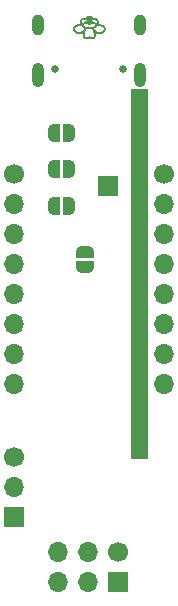
<source format=gbr>
%TF.GenerationSoftware,KiCad,Pcbnew,8.0.5-8.0.5-0~ubuntu24.04.1*%
%TF.CreationDate,2024-10-10T17:44:54+02:00*%
%TF.ProjectId,epi_ESP32_PD,6570695f-4553-4503-9332-5f50442e6b69,1_1*%
%TF.SameCoordinates,Original*%
%TF.FileFunction,Soldermask,Bot*%
%TF.FilePolarity,Negative*%
%FSLAX46Y46*%
G04 Gerber Fmt 4.6, Leading zero omitted, Abs format (unit mm)*
G04 Created by KiCad (PCBNEW 8.0.5-8.0.5-0~ubuntu24.04.1) date 2024-10-10 17:44:54*
%MOMM*%
%LPD*%
G01*
G04 APERTURE LIST*
G04 Aperture macros list*
%AMFreePoly0*
4,1,19,0.500000,-0.750000,0.000000,-0.750000,0.000000,-0.744911,-0.071157,-0.744911,-0.207708,-0.704816,-0.327430,-0.627875,-0.420627,-0.520320,-0.479746,-0.390866,-0.500000,-0.250000,-0.500000,0.250000,-0.479746,0.390866,-0.420627,0.520320,-0.327430,0.627875,-0.207708,0.704816,-0.071157,0.744911,0.000000,0.744911,0.000000,0.750000,0.500000,0.750000,0.500000,-0.750000,0.500000,-0.750000,
$1*%
%AMFreePoly1*
4,1,19,0.000000,0.744911,0.071157,0.744911,0.207708,0.704816,0.327430,0.627875,0.420627,0.520320,0.479746,0.390866,0.500000,0.250000,0.500000,-0.250000,0.479746,-0.390866,0.420627,-0.520320,0.327430,-0.627875,0.207708,-0.704816,0.071157,-0.744911,0.000000,-0.744911,0.000000,-0.750000,-0.500000,-0.750000,-0.500000,0.750000,0.000000,0.750000,0.000000,0.744911,0.000000,0.744911,
$1*%
G04 Aperture macros list end*
%ADD10C,0.000000*%
%ADD11C,1.700000*%
%ADD12O,1.700000X1.700000*%
%ADD13R,1.700000X1.700000*%
%ADD14C,0.650000*%
%ADD15O,1.000000X2.100000*%
%ADD16O,1.000000X1.800000*%
%ADD17FreePoly0,270.000000*%
%ADD18FreePoly1,270.000000*%
%ADD19FreePoly0,180.000000*%
%ADD20FreePoly1,180.000000*%
%ADD21FreePoly0,0.000000*%
%ADD22FreePoly1,0.000000*%
G04 APERTURE END LIST*
G36*
X107800000Y-40700000D02*
G01*
X109200000Y-40700000D01*
X109200000Y-72000000D01*
X107800000Y-72000000D01*
X107800000Y-40700000D01*
G37*
D10*
G36*
X104277696Y-34501900D02*
G01*
X104301861Y-34504683D01*
X104314028Y-34506488D01*
X104326235Y-34508598D01*
X104338467Y-34511037D01*
X104350713Y-34513825D01*
X104362960Y-34516986D01*
X104375193Y-34520542D01*
X104387402Y-34524515D01*
X104399572Y-34528927D01*
X104411690Y-34533801D01*
X104423745Y-34539160D01*
X104435722Y-34545024D01*
X104447610Y-34551417D01*
X104455986Y-34556313D01*
X104464255Y-34561510D01*
X104472412Y-34567003D01*
X104480451Y-34572792D01*
X104488368Y-34578873D01*
X104496157Y-34585244D01*
X104503813Y-34591903D01*
X104511332Y-34598846D01*
X104518708Y-34606071D01*
X104525937Y-34613575D01*
X104533012Y-34621356D01*
X104539930Y-34629412D01*
X104546684Y-34637739D01*
X104553271Y-34646336D01*
X104559684Y-34655199D01*
X104565919Y-34664326D01*
X104593640Y-34659692D01*
X104621284Y-34656774D01*
X104648772Y-34655550D01*
X104676023Y-34655998D01*
X104702957Y-34658094D01*
X104729494Y-34661817D01*
X104755552Y-34667144D01*
X104781052Y-34674053D01*
X104805914Y-34682521D01*
X104830056Y-34692526D01*
X104853399Y-34704046D01*
X104875861Y-34717057D01*
X104897364Y-34731538D01*
X104917826Y-34747466D01*
X104937167Y-34764819D01*
X104955306Y-34783574D01*
X104970972Y-34802356D01*
X104985185Y-34822276D01*
X104997910Y-34843270D01*
X105009112Y-34865272D01*
X105018757Y-34888218D01*
X105026808Y-34912044D01*
X105033232Y-34936686D01*
X105037993Y-34962077D01*
X105041057Y-34988156D01*
X105042387Y-35014855D01*
X105041951Y-35042112D01*
X105039711Y-35069862D01*
X105035634Y-35098040D01*
X105029684Y-35126581D01*
X105021827Y-35155422D01*
X105012027Y-35184498D01*
X105083159Y-35195906D01*
X105152013Y-35208684D01*
X105185477Y-35215712D01*
X105218243Y-35223232D01*
X105250266Y-35231295D01*
X105281504Y-35239949D01*
X105311913Y-35249245D01*
X105341450Y-35259233D01*
X105370072Y-35269962D01*
X105397736Y-35281483D01*
X105424398Y-35293846D01*
X105450015Y-35307099D01*
X105474545Y-35321294D01*
X105497943Y-35336480D01*
X105511412Y-35346173D01*
X105524457Y-35356443D01*
X105537033Y-35367277D01*
X105549093Y-35378662D01*
X105560589Y-35390586D01*
X105571475Y-35403034D01*
X105581704Y-35415996D01*
X105591230Y-35429457D01*
X105600006Y-35443406D01*
X105607985Y-35457828D01*
X105615121Y-35472712D01*
X105621366Y-35488044D01*
X105626675Y-35503811D01*
X105631000Y-35520002D01*
X105634294Y-35536603D01*
X105636512Y-35553600D01*
X105637668Y-35570837D01*
X105637818Y-35588169D01*
X105636975Y-35605602D01*
X105635153Y-35623143D01*
X105632364Y-35640798D01*
X105628620Y-35658573D01*
X105623936Y-35676476D01*
X105618324Y-35694513D01*
X105611797Y-35712690D01*
X105604368Y-35731014D01*
X105596050Y-35749491D01*
X105586856Y-35768128D01*
X105576799Y-35786931D01*
X105565892Y-35805907D01*
X105554148Y-35825063D01*
X105541580Y-35844405D01*
X105540920Y-35845380D01*
X105540246Y-35846346D01*
X105539559Y-35847302D01*
X105538858Y-35848249D01*
X105538145Y-35849186D01*
X105537418Y-35850112D01*
X105536678Y-35851029D01*
X105535926Y-35851935D01*
X105514979Y-35875875D01*
X105493760Y-35898323D01*
X105472291Y-35919289D01*
X105450591Y-35938783D01*
X105428682Y-35956818D01*
X105406584Y-35973404D01*
X105384317Y-35988551D01*
X105361903Y-36002271D01*
X105339362Y-36014575D01*
X105316714Y-36025473D01*
X105293981Y-36034976D01*
X105271183Y-36043096D01*
X105248341Y-36049843D01*
X105225475Y-36055228D01*
X105202606Y-36059262D01*
X105179755Y-36061956D01*
X105157041Y-36063354D01*
X105134578Y-36063528D01*
X105112376Y-36062534D01*
X105090444Y-36060428D01*
X105068793Y-36057264D01*
X105047434Y-36053098D01*
X105026375Y-36047985D01*
X105005627Y-36041981D01*
X104985201Y-36035141D01*
X104965105Y-36027520D01*
X104945352Y-36019174D01*
X104925949Y-36010157D01*
X104906909Y-36000526D01*
X104888240Y-35990335D01*
X104869953Y-35979639D01*
X104852058Y-35968495D01*
X104843828Y-35963137D01*
X104835668Y-35957672D01*
X104827575Y-35952108D01*
X104819547Y-35946453D01*
X104811581Y-35940715D01*
X104803676Y-35934901D01*
X104788035Y-35923083D01*
X104795333Y-35956525D01*
X104801222Y-35989138D01*
X104805716Y-36020913D01*
X104808832Y-36051842D01*
X104810585Y-36081916D01*
X104810989Y-36111127D01*
X104810061Y-36139468D01*
X104807816Y-36166929D01*
X104804268Y-36193503D01*
X104799434Y-36219181D01*
X104793329Y-36243955D01*
X104785968Y-36267817D01*
X104777366Y-36290759D01*
X104767539Y-36312771D01*
X104756502Y-36333847D01*
X104744271Y-36353977D01*
X104732896Y-36370299D01*
X104720682Y-36385723D01*
X104707677Y-36400237D01*
X104693930Y-36413825D01*
X104679492Y-36426474D01*
X104664411Y-36438169D01*
X104648738Y-36448897D01*
X104632521Y-36458644D01*
X104615809Y-36467395D01*
X104598653Y-36475136D01*
X104581102Y-36481854D01*
X104563204Y-36487534D01*
X104545010Y-36492162D01*
X104526569Y-36495724D01*
X104507930Y-36498207D01*
X104489142Y-36499595D01*
X104473932Y-36499927D01*
X104458693Y-36499581D01*
X104443438Y-36498565D01*
X104428179Y-36496889D01*
X104412928Y-36494561D01*
X104397697Y-36491591D01*
X104382498Y-36487988D01*
X104367343Y-36483760D01*
X104352243Y-36478917D01*
X104337212Y-36473468D01*
X104322261Y-36467421D01*
X104307402Y-36460787D01*
X104292647Y-36453573D01*
X104278008Y-36445790D01*
X104263497Y-36437445D01*
X104249126Y-36428548D01*
X104234765Y-36437443D01*
X104220265Y-36445787D01*
X104205637Y-36453569D01*
X104190894Y-36460783D01*
X104176048Y-36467417D01*
X104161110Y-36473464D01*
X104146093Y-36478913D01*
X104131008Y-36483757D01*
X104115867Y-36487985D01*
X104100684Y-36491589D01*
X104085468Y-36494560D01*
X104070233Y-36496888D01*
X104054990Y-36498565D01*
X104039752Y-36499581D01*
X104024530Y-36499928D01*
X104009337Y-36499595D01*
X103990570Y-36498205D01*
X103971953Y-36495717D01*
X103953534Y-36492148D01*
X103935364Y-36487511D01*
X103917491Y-36481820D01*
X103899965Y-36475090D01*
X103882837Y-36467336D01*
X103866155Y-36458571D01*
X103849969Y-36448810D01*
X103834328Y-36438067D01*
X103819282Y-36426357D01*
X103804882Y-36413694D01*
X103791175Y-36400093D01*
X103778212Y-36385567D01*
X103766042Y-36370131D01*
X103754715Y-36353800D01*
X103742548Y-36333672D01*
X103731574Y-36312602D01*
X103721808Y-36290598D01*
X103713266Y-36267668D01*
X103705962Y-36243821D01*
X103699911Y-36219065D01*
X103695130Y-36193407D01*
X103691632Y-36166856D01*
X103689433Y-36139419D01*
X103688549Y-36111106D01*
X103688554Y-36110772D01*
X103859765Y-36110772D01*
X103860157Y-36127361D01*
X103861121Y-36143227D01*
X103864662Y-36172788D01*
X103870167Y-36199446D01*
X103873588Y-36211684D01*
X103877417Y-36223192D01*
X103881628Y-36233970D01*
X103886193Y-36244017D01*
X103891085Y-36253331D01*
X103896276Y-36261911D01*
X103902005Y-36270268D01*
X103907958Y-36278038D01*
X103914138Y-36285230D01*
X103920549Y-36291856D01*
X103927195Y-36297925D01*
X103934080Y-36303448D01*
X103941206Y-36308436D01*
X103948579Y-36312900D01*
X103956201Y-36316849D01*
X103964075Y-36320295D01*
X103972207Y-36323247D01*
X103980599Y-36325717D01*
X103989254Y-36327715D01*
X103998178Y-36329251D01*
X104007373Y-36330336D01*
X104016842Y-36330980D01*
X104026598Y-36331142D01*
X104036637Y-36330763D01*
X104046936Y-36329830D01*
X104057476Y-36328328D01*
X104068235Y-36326242D01*
X104079192Y-36323559D01*
X104090326Y-36320264D01*
X104101617Y-36316343D01*
X104113042Y-36311781D01*
X104124582Y-36306565D01*
X104136215Y-36300679D01*
X104147920Y-36294111D01*
X104159676Y-36286845D01*
X104171463Y-36278867D01*
X104183259Y-36270163D01*
X104195043Y-36260719D01*
X104197925Y-36259383D01*
X104200852Y-36258158D01*
X104203820Y-36257045D01*
X104206828Y-36256044D01*
X104209871Y-36255157D01*
X104212946Y-36254385D01*
X104216051Y-36253729D01*
X104219181Y-36253189D01*
X104220935Y-36252280D01*
X104222708Y-36251413D01*
X104224499Y-36250589D01*
X104226308Y-36249807D01*
X104228133Y-36249068D01*
X104229975Y-36248371D01*
X104231831Y-36247719D01*
X104233702Y-36247110D01*
X104235587Y-36246544D01*
X104237485Y-36246023D01*
X104239395Y-36245546D01*
X104241317Y-36245113D01*
X104243248Y-36244725D01*
X104245190Y-36244383D01*
X104247141Y-36244085D01*
X104249100Y-36243833D01*
X104251061Y-36244085D01*
X104253014Y-36244382D01*
X104254957Y-36244724D01*
X104256891Y-36245111D01*
X104258814Y-36245544D01*
X104260726Y-36246021D01*
X104262625Y-36246542D01*
X104264511Y-36247107D01*
X104266384Y-36247716D01*
X104268243Y-36248369D01*
X104270086Y-36249065D01*
X104271913Y-36249805D01*
X104273723Y-36250587D01*
X104275516Y-36251412D01*
X104277290Y-36252279D01*
X104279045Y-36253188D01*
X104282175Y-36253728D01*
X104285280Y-36254385D01*
X104288355Y-36255157D01*
X104291398Y-36256044D01*
X104294406Y-36257045D01*
X104297375Y-36258158D01*
X104300302Y-36259384D01*
X104303184Y-36260719D01*
X104314963Y-36270159D01*
X104326756Y-36278860D01*
X104338544Y-36286836D01*
X104350304Y-36294100D01*
X104362016Y-36300669D01*
X104373659Y-36306554D01*
X104385211Y-36311772D01*
X104396653Y-36316335D01*
X104407962Y-36320257D01*
X104419118Y-36323554D01*
X104430100Y-36326239D01*
X104440887Y-36328326D01*
X104451457Y-36329830D01*
X104461791Y-36330764D01*
X104471866Y-36331142D01*
X104481662Y-36330980D01*
X104491174Y-36330334D01*
X104500413Y-36329245D01*
X104509382Y-36327703D01*
X104518084Y-36325698D01*
X104526524Y-36323219D01*
X104534703Y-36320257D01*
X104538696Y-36318591D01*
X104542626Y-36316800D01*
X104546492Y-36314884D01*
X104550295Y-36312840D01*
X104554036Y-36310667D01*
X104557715Y-36308364D01*
X104561332Y-36305930D01*
X104564888Y-36303363D01*
X104568384Y-36300663D01*
X104571818Y-36297828D01*
X104575193Y-36294856D01*
X104578509Y-36291746D01*
X104581765Y-36288498D01*
X104584963Y-36285109D01*
X104591183Y-36277906D01*
X104597174Y-36270126D01*
X104602938Y-36261759D01*
X104607095Y-36255035D01*
X104611077Y-36247858D01*
X104614870Y-36240230D01*
X104618461Y-36232149D01*
X104621835Y-36223617D01*
X104624978Y-36214634D01*
X104627877Y-36205200D01*
X104630517Y-36195315D01*
X104632884Y-36184979D01*
X104634964Y-36174193D01*
X104636744Y-36162958D01*
X104638209Y-36151272D01*
X104639346Y-36139138D01*
X104640139Y-36126554D01*
X104640576Y-36113521D01*
X104640642Y-36100040D01*
X104639966Y-36078522D01*
X104638286Y-36055923D01*
X104635559Y-36032249D01*
X104631744Y-36007505D01*
X104626797Y-35981696D01*
X104620675Y-35954829D01*
X104613335Y-35926907D01*
X104604735Y-35897936D01*
X104594830Y-35867922D01*
X104583579Y-35836871D01*
X104570939Y-35804786D01*
X104556866Y-35771674D01*
X104541317Y-35737540D01*
X104524250Y-35702389D01*
X104505622Y-35666227D01*
X104485390Y-35629059D01*
X104458204Y-35635389D01*
X104430548Y-35641289D01*
X104402341Y-35646638D01*
X104373508Y-35651313D01*
X104343969Y-35655194D01*
X104313647Y-35658158D01*
X104282464Y-35660086D01*
X104250342Y-35660854D01*
X104249962Y-35660803D01*
X104249582Y-35660855D01*
X104233401Y-35660623D01*
X104217465Y-35660086D01*
X104186289Y-35658158D01*
X104155974Y-35655192D01*
X104126442Y-35651311D01*
X104097616Y-35646635D01*
X104069416Y-35641287D01*
X104041766Y-35635387D01*
X104014585Y-35629059D01*
X103997750Y-35659855D01*
X103982036Y-35689952D01*
X103967416Y-35719348D01*
X103953864Y-35748042D01*
X103941351Y-35776033D01*
X103929850Y-35803320D01*
X103919335Y-35829902D01*
X103909776Y-35855778D01*
X103901148Y-35880946D01*
X103893421Y-35905405D01*
X103886570Y-35929155D01*
X103880567Y-35952194D01*
X103875384Y-35974520D01*
X103870994Y-35996133D01*
X103867369Y-36017032D01*
X103864482Y-36037216D01*
X103862305Y-36056683D01*
X103860812Y-36075432D01*
X103859974Y-36093462D01*
X103859765Y-36110772D01*
X103688554Y-36110772D01*
X103688994Y-36081923D01*
X103690783Y-36051880D01*
X103693932Y-36020984D01*
X103698455Y-35989243D01*
X103704368Y-35956666D01*
X103711687Y-35923261D01*
X103696110Y-35935030D01*
X103688240Y-35940820D01*
X103680311Y-35946537D01*
X103672319Y-35952170D01*
X103664263Y-35957714D01*
X103656139Y-35963158D01*
X103647943Y-35968495D01*
X103630047Y-35979639D01*
X103611760Y-35990335D01*
X103593092Y-36000526D01*
X103574051Y-36010157D01*
X103554649Y-36019174D01*
X103534895Y-36027520D01*
X103514800Y-36035141D01*
X103494374Y-36041981D01*
X103473626Y-36047985D01*
X103452567Y-36053098D01*
X103431207Y-36057264D01*
X103409556Y-36060428D01*
X103387625Y-36062534D01*
X103365422Y-36063528D01*
X103342959Y-36063354D01*
X103320246Y-36061956D01*
X103297395Y-36059262D01*
X103274526Y-36055228D01*
X103251660Y-36049843D01*
X103228818Y-36043096D01*
X103206020Y-36034976D01*
X103183287Y-36025472D01*
X103160639Y-36014574D01*
X103138098Y-36002271D01*
X103115684Y-35988551D01*
X103093417Y-35973403D01*
X103071319Y-35956818D01*
X103049409Y-35938783D01*
X103027710Y-35919288D01*
X103006240Y-35898323D01*
X102985022Y-35875875D01*
X102964075Y-35851935D01*
X102963322Y-35851029D01*
X102962583Y-35850112D01*
X102961856Y-35849185D01*
X102961142Y-35848249D01*
X102960442Y-35847302D01*
X102959755Y-35846346D01*
X102959081Y-35845380D01*
X102958420Y-35844405D01*
X102945852Y-35825063D01*
X102934108Y-35805907D01*
X102923201Y-35786931D01*
X102913145Y-35768128D01*
X102903951Y-35749491D01*
X102895633Y-35731013D01*
X102888204Y-35712690D01*
X102881676Y-35694513D01*
X102876064Y-35676476D01*
X102871380Y-35658573D01*
X102867637Y-35640797D01*
X102864847Y-35623143D01*
X102863025Y-35605602D01*
X102862182Y-35588169D01*
X102862280Y-35576835D01*
X103031031Y-35576835D01*
X103031037Y-35584345D01*
X103031521Y-35592386D01*
X103032514Y-35600959D01*
X103034051Y-35610069D01*
X103036164Y-35619716D01*
X103038886Y-35629905D01*
X103042249Y-35640636D01*
X103046287Y-35651914D01*
X103051033Y-35663740D01*
X103056519Y-35676117D01*
X103062778Y-35689047D01*
X103069843Y-35702533D01*
X103077747Y-35716578D01*
X103086523Y-35731184D01*
X103096203Y-35746354D01*
X103112820Y-35765195D01*
X103129181Y-35782491D01*
X103145291Y-35798300D01*
X103161158Y-35812677D01*
X103176790Y-35825677D01*
X103192192Y-35837357D01*
X103207373Y-35847772D01*
X103222339Y-35856980D01*
X103237097Y-35865034D01*
X103251654Y-35871993D01*
X103266018Y-35877910D01*
X103280196Y-35882844D01*
X103294193Y-35886848D01*
X103308019Y-35889979D01*
X103321679Y-35892294D01*
X103335180Y-35893848D01*
X103348787Y-35894677D01*
X103362441Y-35894763D01*
X103376137Y-35894120D01*
X103389874Y-35892765D01*
X103403648Y-35890712D01*
X103417458Y-35887976D01*
X103431298Y-35884574D01*
X103445168Y-35880519D01*
X103459063Y-35875828D01*
X103472982Y-35870516D01*
X103486921Y-35864598D01*
X103500876Y-35858089D01*
X103514847Y-35851005D01*
X103528828Y-35843360D01*
X103542818Y-35835171D01*
X103556814Y-35826453D01*
X103577620Y-35812561D01*
X103597948Y-35797937D01*
X103617805Y-35782658D01*
X103637196Y-35766803D01*
X103656127Y-35750448D01*
X103674604Y-35733673D01*
X103692631Y-35716555D01*
X103710215Y-35699171D01*
X103744075Y-35663921D01*
X103776230Y-35628546D01*
X103806723Y-35593669D01*
X103835600Y-35559914D01*
X103835554Y-35559888D01*
X104664375Y-35559888D01*
X104693254Y-35593645D01*
X104723749Y-35628525D01*
X104755906Y-35663903D01*
X104789769Y-35699157D01*
X104807355Y-35716542D01*
X104825384Y-35733662D01*
X104843863Y-35750440D01*
X104862796Y-35766796D01*
X104882189Y-35782653D01*
X104902048Y-35797934D01*
X104922379Y-35812560D01*
X104943186Y-35826453D01*
X104957182Y-35835171D01*
X104971172Y-35843360D01*
X104985154Y-35851005D01*
X104999124Y-35858089D01*
X105013080Y-35864598D01*
X105027019Y-35870516D01*
X105040937Y-35875828D01*
X105054833Y-35880519D01*
X105068702Y-35884574D01*
X105082543Y-35887976D01*
X105096352Y-35890712D01*
X105110127Y-35892765D01*
X105123863Y-35894120D01*
X105137560Y-35894763D01*
X105151213Y-35894677D01*
X105164820Y-35893848D01*
X105178322Y-35892294D01*
X105191982Y-35889979D01*
X105205807Y-35886848D01*
X105219805Y-35882844D01*
X105233982Y-35877910D01*
X105248346Y-35871993D01*
X105262904Y-35865034D01*
X105277662Y-35856980D01*
X105292628Y-35847772D01*
X105307809Y-35837357D01*
X105323211Y-35825677D01*
X105338842Y-35812677D01*
X105354710Y-35798300D01*
X105370820Y-35782491D01*
X105387180Y-35765195D01*
X105403798Y-35746354D01*
X105413478Y-35731184D01*
X105422254Y-35716578D01*
X105430157Y-35702533D01*
X105437222Y-35689047D01*
X105443482Y-35676117D01*
X105448967Y-35663740D01*
X105453713Y-35651914D01*
X105457751Y-35640636D01*
X105461115Y-35629905D01*
X105463836Y-35619716D01*
X105465949Y-35610069D01*
X105467486Y-35600959D01*
X105468480Y-35592386D01*
X105468963Y-35584345D01*
X105468969Y-35576835D01*
X105468531Y-35569853D01*
X105467709Y-35563125D01*
X105466555Y-35556615D01*
X105465044Y-35550300D01*
X105463152Y-35544158D01*
X105460858Y-35538165D01*
X105458136Y-35532298D01*
X105454964Y-35526535D01*
X105451319Y-35520853D01*
X105447177Y-35515228D01*
X105442514Y-35509637D01*
X105437308Y-35504058D01*
X105431534Y-35498467D01*
X105425170Y-35492842D01*
X105418192Y-35487160D01*
X105410577Y-35481397D01*
X105402301Y-35475530D01*
X105385212Y-35464712D01*
X105365952Y-35454234D01*
X105344622Y-35444094D01*
X105321321Y-35434291D01*
X105296147Y-35424825D01*
X105269199Y-35415695D01*
X105210381Y-35398437D01*
X105145658Y-35382510D01*
X105075824Y-35367906D01*
X105001671Y-35354619D01*
X104923992Y-35342641D01*
X104909507Y-35361001D01*
X104894703Y-35378614D01*
X104879598Y-35395503D01*
X104864211Y-35411692D01*
X104848561Y-35427204D01*
X104832666Y-35442063D01*
X104816546Y-35456291D01*
X104800218Y-35469914D01*
X104783702Y-35482953D01*
X104767016Y-35495434D01*
X104750178Y-35507378D01*
X104733208Y-35518811D01*
X104716124Y-35529754D01*
X104698945Y-35540233D01*
X104681689Y-35550270D01*
X104664375Y-35559888D01*
X103835554Y-35559888D01*
X103818283Y-35550295D01*
X103801024Y-35540258D01*
X103783841Y-35529780D01*
X103766752Y-35518837D01*
X103749777Y-35507406D01*
X103732934Y-35495462D01*
X103716242Y-35482982D01*
X103699720Y-35469943D01*
X103683386Y-35456321D01*
X103667260Y-35442093D01*
X103651359Y-35427234D01*
X103635704Y-35411722D01*
X103620312Y-35395533D01*
X103605203Y-35378643D01*
X103590395Y-35361029D01*
X103575907Y-35342666D01*
X103498245Y-35354644D01*
X103424108Y-35367929D01*
X103388609Y-35375064D01*
X103354289Y-35382530D01*
X103321246Y-35390325D01*
X103289580Y-35398453D01*
X103259390Y-35406913D01*
X103230775Y-35415707D01*
X103203833Y-35424835D01*
X103178664Y-35434299D01*
X103155367Y-35444100D01*
X103134041Y-35454238D01*
X103114786Y-35464714D01*
X103097699Y-35475530D01*
X103089423Y-35481397D01*
X103081808Y-35487160D01*
X103074830Y-35492842D01*
X103068466Y-35498467D01*
X103062693Y-35504058D01*
X103057486Y-35509637D01*
X103052824Y-35515228D01*
X103048681Y-35520853D01*
X103045036Y-35526535D01*
X103041864Y-35532298D01*
X103039143Y-35538165D01*
X103036848Y-35544158D01*
X103034957Y-35550300D01*
X103033446Y-35556615D01*
X103032291Y-35563125D01*
X103031470Y-35569853D01*
X103031031Y-35576835D01*
X102862280Y-35576835D01*
X102862332Y-35570837D01*
X102863489Y-35553600D01*
X102864460Y-35545053D01*
X102865706Y-35536603D01*
X102867222Y-35528252D01*
X102869001Y-35520002D01*
X102871037Y-35511855D01*
X102873325Y-35503812D01*
X102875860Y-35495874D01*
X102878634Y-35488044D01*
X102884879Y-35472712D01*
X102892015Y-35457828D01*
X102899994Y-35443406D01*
X102908770Y-35429457D01*
X102918296Y-35415996D01*
X102928526Y-35403035D01*
X102939412Y-35390586D01*
X102950908Y-35378662D01*
X102962967Y-35367277D01*
X102975543Y-35356443D01*
X102988589Y-35346173D01*
X103002057Y-35336480D01*
X103025453Y-35321296D01*
X103049981Y-35307103D01*
X103075596Y-35293851D01*
X103102255Y-35281491D01*
X103125227Y-35271924D01*
X103737270Y-35271924D01*
X103751394Y-35287429D01*
X103765825Y-35302183D01*
X103780562Y-35316228D01*
X103795606Y-35329604D01*
X103810957Y-35342351D01*
X103826613Y-35354509D01*
X103842576Y-35366118D01*
X103858843Y-35377219D01*
X103875417Y-35387852D01*
X103892295Y-35398057D01*
X103909478Y-35407874D01*
X103926965Y-35417345D01*
X103962853Y-35435404D01*
X103999955Y-35452558D01*
X104029824Y-35460730D01*
X104059789Y-35468207D01*
X104090001Y-35474875D01*
X104120608Y-35480618D01*
X104151759Y-35485323D01*
X104183602Y-35488875D01*
X104199830Y-35490183D01*
X104216287Y-35491159D01*
X104232992Y-35491791D01*
X104249962Y-35492062D01*
X104266932Y-35491791D01*
X104283635Y-35491159D01*
X104300092Y-35490183D01*
X104316319Y-35488875D01*
X104332337Y-35487250D01*
X104348164Y-35485323D01*
X104379316Y-35480618D01*
X104409924Y-35474874D01*
X104440137Y-35468207D01*
X104470102Y-35460730D01*
X104499969Y-35452558D01*
X104537073Y-35435404D01*
X104555169Y-35426508D01*
X104572962Y-35417345D01*
X104590449Y-35407874D01*
X104607632Y-35398057D01*
X104624510Y-35387852D01*
X104641083Y-35377219D01*
X104657351Y-35366118D01*
X104673313Y-35354509D01*
X104688969Y-35342351D01*
X104704319Y-35329604D01*
X104719363Y-35316228D01*
X104734100Y-35302183D01*
X104748531Y-35287429D01*
X104762654Y-35271924D01*
X104733369Y-35252727D01*
X104704045Y-35234103D01*
X104674674Y-35216144D01*
X104645245Y-35198942D01*
X104615747Y-35182589D01*
X104586171Y-35167176D01*
X104556507Y-35152797D01*
X104526745Y-35139542D01*
X104514853Y-35150962D01*
X104502360Y-35162076D01*
X104489244Y-35172829D01*
X104475481Y-35183166D01*
X104461046Y-35193031D01*
X104445918Y-35202371D01*
X104430071Y-35211129D01*
X104413484Y-35219252D01*
X104396131Y-35226683D01*
X104377991Y-35233368D01*
X104359039Y-35239253D01*
X104339251Y-35244281D01*
X104318605Y-35248398D01*
X104297077Y-35251549D01*
X104274644Y-35253679D01*
X104251281Y-35254733D01*
X104250393Y-35254611D01*
X104249506Y-35254480D01*
X104249069Y-35254546D01*
X104248632Y-35254611D01*
X104248194Y-35254673D01*
X104247756Y-35254733D01*
X104224255Y-35253677D01*
X104201720Y-35251538D01*
X104180125Y-35248373D01*
X104159443Y-35244238D01*
X104139650Y-35239190D01*
X104120717Y-35233285D01*
X104102621Y-35226581D01*
X104085334Y-35219133D01*
X104068830Y-35210999D01*
X104053084Y-35202234D01*
X104038069Y-35192897D01*
X104023759Y-35183043D01*
X104010129Y-35172729D01*
X103997152Y-35162011D01*
X103984802Y-35150947D01*
X103973053Y-35139593D01*
X103943304Y-35152845D01*
X103913655Y-35167221D01*
X103884095Y-35182628D01*
X103854613Y-35198975D01*
X103825200Y-35216170D01*
X103795845Y-35234121D01*
X103766539Y-35252736D01*
X103737270Y-35271924D01*
X103125227Y-35271924D01*
X103129916Y-35269972D01*
X103158535Y-35259244D01*
X103188069Y-35249258D01*
X103218475Y-35239964D01*
X103249709Y-35231312D01*
X103281729Y-35223251D01*
X103347952Y-35208706D01*
X103416799Y-35195930D01*
X103487923Y-35184523D01*
X103478120Y-35155446D01*
X103470261Y-35126603D01*
X103464310Y-35098060D01*
X103460232Y-35069880D01*
X103457992Y-35042129D01*
X103457670Y-35022029D01*
X103621020Y-35022029D01*
X103621608Y-35037982D01*
X103623447Y-35054609D01*
X103626597Y-35071923D01*
X103631121Y-35089939D01*
X103637083Y-35108671D01*
X103644545Y-35128132D01*
X103682960Y-35103115D01*
X103718823Y-35080843D01*
X104194662Y-35080843D01*
X104206809Y-35082540D01*
X104213110Y-35083317D01*
X104219649Y-35084025D01*
X104226491Y-35084648D01*
X104233701Y-35085168D01*
X104241342Y-35085571D01*
X104249480Y-35085838D01*
X104257466Y-35085569D01*
X104264977Y-35085164D01*
X104272078Y-35084638D01*
X104278830Y-35084009D01*
X104285297Y-35083294D01*
X104291542Y-35082508D01*
X104303615Y-35080793D01*
X104289761Y-35078790D01*
X104275915Y-35076700D01*
X104269075Y-35075717D01*
X104262334Y-35074824D01*
X104255724Y-35074061D01*
X104249278Y-35073465D01*
X104242772Y-35074067D01*
X104236116Y-35074834D01*
X104229338Y-35075730D01*
X104222469Y-35076718D01*
X104208572Y-35078819D01*
X104194662Y-35080843D01*
X103718823Y-35080843D01*
X103721838Y-35078971D01*
X103761222Y-35055823D01*
X103801154Y-35033797D01*
X103841678Y-35013016D01*
X103882835Y-34993605D01*
X103924668Y-34975688D01*
X103945852Y-34967329D01*
X103967221Y-34959390D01*
X103981404Y-34954507D01*
X103995876Y-34949933D01*
X104010596Y-34945641D01*
X104025522Y-34941602D01*
X104040614Y-34937790D01*
X104055830Y-34934178D01*
X104086469Y-34927442D01*
X104086408Y-34927391D01*
X104412720Y-34927391D01*
X104443581Y-34934125D01*
X104458907Y-34937739D01*
X104474104Y-34941555D01*
X104489128Y-34945600D01*
X104503937Y-34949903D01*
X104518485Y-34954490D01*
X104532729Y-34959390D01*
X104554097Y-34967330D01*
X104575280Y-34975690D01*
X104596284Y-34984455D01*
X104617112Y-34993610D01*
X104658267Y-35013024D01*
X104698789Y-35033808D01*
X104738720Y-35055838D01*
X104778105Y-35078989D01*
X104816985Y-35103137D01*
X104855405Y-35128157D01*
X104858470Y-35120575D01*
X104861328Y-35113092D01*
X104863978Y-35105709D01*
X104866422Y-35098427D01*
X104868660Y-35091246D01*
X104870691Y-35084168D01*
X104872516Y-35077193D01*
X104874136Y-35070322D01*
X104875550Y-35063556D01*
X104876759Y-35056896D01*
X104877764Y-35050343D01*
X104878563Y-35043897D01*
X104879159Y-35037559D01*
X104879550Y-35031330D01*
X104879737Y-35025212D01*
X104879721Y-35019204D01*
X104879722Y-35019204D01*
X104879312Y-35009813D01*
X104878470Y-35000668D01*
X104877211Y-34991767D01*
X104875550Y-34983105D01*
X104873502Y-34974679D01*
X104871084Y-34966485D01*
X104868311Y-34958519D01*
X104865197Y-34950778D01*
X104861759Y-34943259D01*
X104858011Y-34935957D01*
X104853970Y-34928869D01*
X104849651Y-34921991D01*
X104845068Y-34915319D01*
X104840239Y-34908851D01*
X104835177Y-34902582D01*
X104829898Y-34896508D01*
X104818543Y-34884948D01*
X104806056Y-34874216D01*
X104792509Y-34864365D01*
X104777976Y-34855454D01*
X104762529Y-34847538D01*
X104746243Y-34840674D01*
X104729190Y-34834917D01*
X104711444Y-34830324D01*
X104693077Y-34826951D01*
X104674163Y-34824855D01*
X104654775Y-34824090D01*
X104634987Y-34824714D01*
X104614871Y-34826784D01*
X104594502Y-34830354D01*
X104573951Y-34835481D01*
X104553292Y-34842222D01*
X104545216Y-34845310D01*
X104536953Y-34848736D01*
X104528522Y-34852491D01*
X104519943Y-34856567D01*
X104511237Y-34860954D01*
X104502423Y-34865646D01*
X104493521Y-34870632D01*
X104484550Y-34875905D01*
X104475532Y-34881457D01*
X104466485Y-34887278D01*
X104457429Y-34893360D01*
X104448385Y-34899695D01*
X104439372Y-34906274D01*
X104430411Y-34913088D01*
X104421520Y-34920130D01*
X104412720Y-34927391D01*
X104086408Y-34927391D01*
X104077726Y-34920164D01*
X104068893Y-34913108D01*
X104059990Y-34906281D01*
X104051036Y-34899693D01*
X104042051Y-34893351D01*
X104033052Y-34887263D01*
X104024061Y-34881439D01*
X104015096Y-34875885D01*
X104006176Y-34870612D01*
X103997321Y-34865626D01*
X103988550Y-34860936D01*
X103979882Y-34856551D01*
X103971337Y-34852479D01*
X103962935Y-34848727D01*
X103954693Y-34845306D01*
X103946632Y-34842222D01*
X103936296Y-34838646D01*
X103925978Y-34835481D01*
X103915687Y-34832719D01*
X103905431Y-34830354D01*
X103895221Y-34828377D01*
X103885064Y-34826783D01*
X103874972Y-34825565D01*
X103864952Y-34824714D01*
X103855013Y-34824225D01*
X103845166Y-34824090D01*
X103835418Y-34824302D01*
X103825780Y-34824855D01*
X103816260Y-34825740D01*
X103806868Y-34826951D01*
X103797612Y-34828482D01*
X103788503Y-34830324D01*
X103770757Y-34834917D01*
X103753705Y-34840674D01*
X103737419Y-34847539D01*
X103721973Y-34855454D01*
X103707441Y-34864366D01*
X103700539Y-34869177D01*
X103693894Y-34874216D01*
X103687513Y-34879475D01*
X103681407Y-34884949D01*
X103675583Y-34890628D01*
X103670053Y-34896508D01*
X103661596Y-34906486D01*
X103653761Y-34916999D01*
X103646612Y-34928060D01*
X103640211Y-34939685D01*
X103634620Y-34951886D01*
X103629903Y-34964678D01*
X103626122Y-34978075D01*
X103623339Y-34992089D01*
X103621617Y-35006736D01*
X103621020Y-35022029D01*
X103457670Y-35022029D01*
X103457555Y-35014870D01*
X103458886Y-34988169D01*
X103461950Y-34962089D01*
X103466711Y-34936695D01*
X103473136Y-34912052D01*
X103481188Y-34888225D01*
X103490834Y-34865277D01*
X103502037Y-34843274D01*
X103514763Y-34822279D01*
X103528977Y-34802357D01*
X103544643Y-34783574D01*
X103562790Y-34764811D01*
X103582138Y-34747452D01*
X103602608Y-34731519D01*
X103607428Y-34728273D01*
X104098513Y-34728273D01*
X104108336Y-34733966D01*
X104118150Y-34739884D01*
X104127944Y-34746030D01*
X104137710Y-34752406D01*
X104147439Y-34759014D01*
X104157122Y-34765856D01*
X104166748Y-34772935D01*
X104176309Y-34780252D01*
X104185796Y-34787809D01*
X104195200Y-34795609D01*
X104204511Y-34803653D01*
X104213720Y-34811945D01*
X104222818Y-34820486D01*
X104231796Y-34829277D01*
X104240644Y-34838322D01*
X104249354Y-34847622D01*
X104258146Y-34838279D01*
X104267080Y-34829195D01*
X104276145Y-34820368D01*
X104285332Y-34811796D01*
X104294631Y-34803475D01*
X104304033Y-34795405D01*
X104313528Y-34787583D01*
X104323106Y-34780006D01*
X104332758Y-34772673D01*
X104342473Y-34765581D01*
X104352243Y-34758728D01*
X104362057Y-34752111D01*
X104381779Y-34739580D01*
X104401564Y-34727969D01*
X104397197Y-34723656D01*
X104392793Y-34719486D01*
X104388337Y-34715477D01*
X104383816Y-34711647D01*
X104381528Y-34709805D01*
X104379218Y-34708015D01*
X104376885Y-34706278D01*
X104374529Y-34704597D01*
X104372145Y-34702975D01*
X104369735Y-34701413D01*
X104367295Y-34699914D01*
X104364823Y-34698480D01*
X104358996Y-34695355D01*
X104352973Y-34692425D01*
X104346758Y-34689687D01*
X104340354Y-34687136D01*
X104333761Y-34684767D01*
X104326984Y-34682575D01*
X104320025Y-34680556D01*
X104312886Y-34678705D01*
X104305569Y-34677017D01*
X104298078Y-34675487D01*
X104290415Y-34674112D01*
X104282583Y-34672885D01*
X104266419Y-34670859D01*
X104249607Y-34669372D01*
X104232874Y-34671198D01*
X104224741Y-34672282D01*
X104216768Y-34673488D01*
X104208958Y-34674822D01*
X104201315Y-34676288D01*
X104193841Y-34677893D01*
X104186541Y-34679641D01*
X104179416Y-34681539D01*
X104172471Y-34683592D01*
X104165709Y-34685805D01*
X104159132Y-34688184D01*
X104152744Y-34690734D01*
X104146548Y-34693462D01*
X104140548Y-34696371D01*
X104134746Y-34699469D01*
X104132303Y-34700878D01*
X104129892Y-34702350D01*
X104127512Y-34703883D01*
X104125159Y-34705474D01*
X104122834Y-34707120D01*
X104120533Y-34708820D01*
X104118255Y-34710572D01*
X104115999Y-34712372D01*
X104111544Y-34716111D01*
X104107154Y-34720020D01*
X104102815Y-34724080D01*
X104098513Y-34728273D01*
X103607428Y-34728273D01*
X103624119Y-34717033D01*
X103646591Y-34704019D01*
X103669942Y-34692497D01*
X103694094Y-34682492D01*
X103718965Y-34674024D01*
X103744475Y-34667117D01*
X103770544Y-34661793D01*
X103797090Y-34658074D01*
X103824035Y-34655984D01*
X103851297Y-34655544D01*
X103878796Y-34656777D01*
X103906451Y-34659705D01*
X103934183Y-34664352D01*
X103940434Y-34655249D01*
X103946863Y-34646415D01*
X103953462Y-34637852D01*
X103960227Y-34629562D01*
X103967152Y-34621548D01*
X103974231Y-34613811D01*
X103981459Y-34606355D01*
X103988830Y-34599181D01*
X103996338Y-34592291D01*
X104003977Y-34585689D01*
X104011743Y-34579376D01*
X104019629Y-34573354D01*
X104027630Y-34567626D01*
X104035740Y-34562194D01*
X104043953Y-34557061D01*
X104052264Y-34552229D01*
X104064044Y-34545920D01*
X104075894Y-34540132D01*
X104087802Y-34534838D01*
X104099754Y-34530016D01*
X104111737Y-34525642D01*
X104123738Y-34521691D01*
X104135744Y-34518141D01*
X104147741Y-34514966D01*
X104159717Y-34512142D01*
X104171659Y-34509647D01*
X104183553Y-34507457D01*
X104195386Y-34505546D01*
X104218817Y-34502470D01*
X104241848Y-34500227D01*
X104243364Y-34500666D01*
X104244871Y-34501133D01*
X104246369Y-34501629D01*
X104247858Y-34502152D01*
X104249339Y-34501590D01*
X104250830Y-34501056D01*
X104252331Y-34500550D01*
X104253842Y-34500072D01*
X104277696Y-34501900D01*
G37*
G36*
X104256217Y-34646952D02*
G01*
X104260875Y-34647197D01*
X104265532Y-34647635D01*
X104270186Y-34648280D01*
X104278756Y-34649306D01*
X104287328Y-34650519D01*
X104295889Y-34651934D01*
X104304423Y-34653562D01*
X104312914Y-34655417D01*
X104321346Y-34657512D01*
X104329705Y-34659859D01*
X104337974Y-34662473D01*
X104346139Y-34665364D01*
X104354183Y-34668548D01*
X104362091Y-34672036D01*
X104369848Y-34675841D01*
X104377438Y-34679977D01*
X104384846Y-34684456D01*
X104392056Y-34689292D01*
X104399052Y-34694498D01*
X104408726Y-34703023D01*
X104413505Y-34707382D01*
X104418181Y-34711850D01*
X104420464Y-34714135D01*
X104422703Y-34716459D01*
X104424892Y-34718827D01*
X104427025Y-34721242D01*
X104429095Y-34723710D01*
X104431096Y-34726233D01*
X104433022Y-34728816D01*
X104434868Y-34731463D01*
X104434868Y-34731466D01*
X104434922Y-34731816D01*
X104434958Y-34732150D01*
X104434976Y-34732469D01*
X104434975Y-34732775D01*
X104434967Y-34732923D01*
X104434954Y-34733068D01*
X104434936Y-34733210D01*
X104434914Y-34733350D01*
X104434886Y-34733487D01*
X104434853Y-34733622D01*
X104434815Y-34733755D01*
X104434771Y-34733885D01*
X104434723Y-34734014D01*
X104434668Y-34734140D01*
X104434609Y-34734266D01*
X104434544Y-34734389D01*
X104434473Y-34734511D01*
X104434397Y-34734632D01*
X104434315Y-34734752D01*
X104434228Y-34734871D01*
X104434134Y-34734989D01*
X104434035Y-34735107D01*
X104433819Y-34735340D01*
X104433578Y-34735573D01*
X104433313Y-34735806D01*
X104422127Y-34741755D01*
X104411068Y-34747957D01*
X104400137Y-34754400D01*
X104389340Y-34761074D01*
X104378679Y-34767967D01*
X104368157Y-34775069D01*
X104357778Y-34782366D01*
X104347545Y-34789849D01*
X104341518Y-34794316D01*
X104335564Y-34798873D01*
X104323868Y-34808241D01*
X104312442Y-34817930D01*
X104301270Y-34827912D01*
X104290336Y-34838162D01*
X104279626Y-34848654D01*
X104269122Y-34859363D01*
X104258810Y-34870263D01*
X104258473Y-34870545D01*
X104258140Y-34870856D01*
X104257811Y-34871192D01*
X104257484Y-34871549D01*
X104256837Y-34872318D01*
X104256195Y-34873138D01*
X104254901Y-34874830D01*
X104254240Y-34875653D01*
X104253563Y-34876428D01*
X104253217Y-34876790D01*
X104252864Y-34877131D01*
X104252505Y-34877447D01*
X104252139Y-34877735D01*
X104251765Y-34877994D01*
X104251382Y-34878218D01*
X104250990Y-34878406D01*
X104250588Y-34878553D01*
X104250176Y-34878658D01*
X104249752Y-34878717D01*
X104249317Y-34878727D01*
X104248870Y-34878684D01*
X104248409Y-34878587D01*
X104247935Y-34878430D01*
X104247446Y-34878213D01*
X104246942Y-34877931D01*
X104237690Y-34867651D01*
X104228223Y-34857576D01*
X104218544Y-34847710D01*
X104208657Y-34838057D01*
X104198567Y-34828623D01*
X104188277Y-34819411D01*
X104177792Y-34810426D01*
X104167115Y-34801673D01*
X104156250Y-34793157D01*
X104145202Y-34784881D01*
X104133974Y-34776852D01*
X104122570Y-34769073D01*
X104110994Y-34761548D01*
X104099251Y-34754284D01*
X104087344Y-34747283D01*
X104075278Y-34740551D01*
X104074956Y-34740290D01*
X104074610Y-34740040D01*
X104074243Y-34739799D01*
X104073857Y-34739566D01*
X104073037Y-34739121D01*
X104072170Y-34738694D01*
X104070375Y-34737856D01*
X104069486Y-34737425D01*
X104068628Y-34736972D01*
X104068217Y-34736734D01*
X104067821Y-34736488D01*
X104067443Y-34736231D01*
X104067086Y-34735963D01*
X104066750Y-34735682D01*
X104066440Y-34735387D01*
X104066157Y-34735076D01*
X104065904Y-34734749D01*
X104065684Y-34734405D01*
X104065498Y-34734041D01*
X104065350Y-34733657D01*
X104065241Y-34733252D01*
X104065175Y-34732824D01*
X104065153Y-34732372D01*
X104065178Y-34731895D01*
X104065253Y-34731391D01*
X104066096Y-34730134D01*
X104066976Y-34728896D01*
X104067889Y-34727676D01*
X104068831Y-34726472D01*
X104069799Y-34725284D01*
X104070790Y-34724110D01*
X104072828Y-34721796D01*
X104074918Y-34719518D01*
X104077033Y-34717265D01*
X104081234Y-34712785D01*
X104087073Y-34706992D01*
X104093161Y-34701508D01*
X104099484Y-34696326D01*
X104106025Y-34691442D01*
X104112771Y-34686851D01*
X104119705Y-34682546D01*
X104126812Y-34678525D01*
X104134078Y-34674780D01*
X104141486Y-34671308D01*
X104149021Y-34668103D01*
X104156668Y-34665159D01*
X104164412Y-34662473D01*
X104172238Y-34660038D01*
X104180129Y-34657850D01*
X104188072Y-34655904D01*
X104196050Y-34654194D01*
X104214422Y-34650840D01*
X104223670Y-34649320D01*
X104232948Y-34648070D01*
X104237595Y-34647587D01*
X104242247Y-34647217D01*
X104246902Y-34646978D01*
X104251559Y-34646885D01*
X104256217Y-34646952D01*
G37*
G36*
X104265723Y-35052087D02*
G01*
X104279985Y-35053453D01*
X104294218Y-35055112D01*
X104308425Y-35057012D01*
X104336769Y-35061345D01*
X104365040Y-35066056D01*
X104366068Y-35066355D01*
X104367129Y-35066600D01*
X104368216Y-35066801D01*
X104369323Y-35066973D01*
X104373813Y-35067591D01*
X104374917Y-35067788D01*
X104376000Y-35068026D01*
X104377056Y-35068317D01*
X104378077Y-35068673D01*
X104378572Y-35068878D01*
X104379057Y-35069105D01*
X104379529Y-35069354D01*
X104379989Y-35069626D01*
X104380435Y-35069923D01*
X104380866Y-35070247D01*
X104381282Y-35070600D01*
X104381681Y-35070980D01*
X104381752Y-35071264D01*
X104381813Y-35071548D01*
X104381864Y-35071831D01*
X104381903Y-35072112D01*
X104381929Y-35072392D01*
X104381940Y-35072669D01*
X104381935Y-35072943D01*
X104381911Y-35073213D01*
X104381869Y-35073478D01*
X104381839Y-35073609D01*
X104381805Y-35073739D01*
X104381765Y-35073867D01*
X104381718Y-35073994D01*
X104381666Y-35074119D01*
X104381608Y-35074243D01*
X104381544Y-35074365D01*
X104381472Y-35074485D01*
X104381394Y-35074603D01*
X104381309Y-35074720D01*
X104381217Y-35074834D01*
X104381118Y-35074946D01*
X104381011Y-35075057D01*
X104380896Y-35075165D01*
X104378171Y-35076917D01*
X104375405Y-35078606D01*
X104372602Y-35080234D01*
X104369764Y-35081801D01*
X104363990Y-35084761D01*
X104358101Y-35087500D01*
X104352115Y-35090030D01*
X104346050Y-35092365D01*
X104339923Y-35094517D01*
X104333752Y-35096499D01*
X104325013Y-35098850D01*
X104316208Y-35100934D01*
X104307346Y-35102751D01*
X104298434Y-35104302D01*
X104289480Y-35105588D01*
X104280491Y-35106612D01*
X104271475Y-35107373D01*
X104262441Y-35107873D01*
X104253394Y-35108112D01*
X104244344Y-35108092D01*
X104235298Y-35107815D01*
X104226264Y-35107280D01*
X104217248Y-35106489D01*
X104208260Y-35105444D01*
X104199307Y-35104144D01*
X104190395Y-35102592D01*
X104185928Y-35101790D01*
X104181483Y-35100887D01*
X104177062Y-35099886D01*
X104172665Y-35098787D01*
X104168296Y-35097591D01*
X104163956Y-35096298D01*
X104159646Y-35094910D01*
X104155368Y-35093427D01*
X104151123Y-35091851D01*
X104146914Y-35090181D01*
X104142741Y-35088420D01*
X104138607Y-35086567D01*
X104134513Y-35084624D01*
X104130462Y-35082591D01*
X104126453Y-35080470D01*
X104122490Y-35078261D01*
X104122136Y-35078141D01*
X104121787Y-35077996D01*
X104121442Y-35077827D01*
X104121105Y-35077637D01*
X104120776Y-35077426D01*
X104120456Y-35077196D01*
X104120148Y-35076949D01*
X104119852Y-35076685D01*
X104119570Y-35076407D01*
X104119304Y-35076116D01*
X104119054Y-35075813D01*
X104118822Y-35075499D01*
X104118610Y-35075177D01*
X104118420Y-35074847D01*
X104118251Y-35074511D01*
X104118106Y-35074170D01*
X104117987Y-35073826D01*
X104117895Y-35073481D01*
X104117830Y-35073135D01*
X104117795Y-35072790D01*
X104117791Y-35072448D01*
X104117819Y-35072110D01*
X104117882Y-35071777D01*
X104117979Y-35071451D01*
X104118113Y-35071133D01*
X104118285Y-35070825D01*
X104118496Y-35070529D01*
X104118749Y-35070245D01*
X104119043Y-35069975D01*
X104119382Y-35069720D01*
X104119765Y-35069483D01*
X104120195Y-35069264D01*
X104127296Y-35067590D01*
X104134438Y-35066079D01*
X104141612Y-35064702D01*
X104148809Y-35063429D01*
X104177670Y-35058770D01*
X104196047Y-35056255D01*
X104214457Y-35053874D01*
X104223679Y-35052855D01*
X104232914Y-35052014D01*
X104242163Y-35051401D01*
X104251430Y-35051062D01*
X104265723Y-35052087D01*
G37*
D11*
%TO.C,J8*%
X97900000Y-71860000D03*
D12*
X97900000Y-74400000D03*
D13*
X97900000Y-76940000D03*
%TD*%
D11*
%TO.C,J3*%
X110600000Y-47910000D03*
D12*
X110600000Y-50450000D03*
X110600000Y-52990000D03*
X110600000Y-55530000D03*
X110600000Y-58070000D03*
X110600000Y-60610000D03*
X110600000Y-63150000D03*
X110600000Y-65690000D03*
%TD*%
D11*
%TO.C,J7*%
X106640000Y-79860000D03*
D13*
X106640000Y-82400000D03*
D12*
X104100000Y-79860000D03*
X104100000Y-82400000D03*
X101560000Y-79860000D03*
X101560000Y-82400000D03*
%TD*%
D11*
%TO.C,J1*%
X97900000Y-47910000D03*
D12*
X97900000Y-50450000D03*
X97900000Y-52990000D03*
X97900000Y-55530000D03*
X97900000Y-58070000D03*
X97900000Y-60610000D03*
X97900000Y-63150000D03*
X97900000Y-65690000D03*
%TD*%
D14*
%TO.C,J2*%
X107140000Y-38970000D03*
X101360000Y-38970000D03*
D15*
X108570000Y-39490000D03*
D16*
X108570000Y-35290000D03*
D15*
X99930000Y-39490000D03*
D16*
X99930000Y-35290000D03*
%TD*%
D17*
%TO.C,JP4*%
X103900000Y-54500000D03*
D18*
X103900000Y-55800000D03*
%TD*%
D19*
%TO.C,JP3*%
X102550000Y-44400000D03*
D20*
X101250000Y-44400000D03*
%TD*%
D21*
%TO.C,JP1*%
X101250000Y-50600000D03*
D22*
X102550000Y-50600000D03*
%TD*%
D21*
%TO.C,JP2*%
X101250000Y-47500000D03*
D22*
X102550000Y-47500000D03*
%TD*%
D13*
%TO.C,J4*%
X105800000Y-48900000D03*
%TD*%
M02*

</source>
